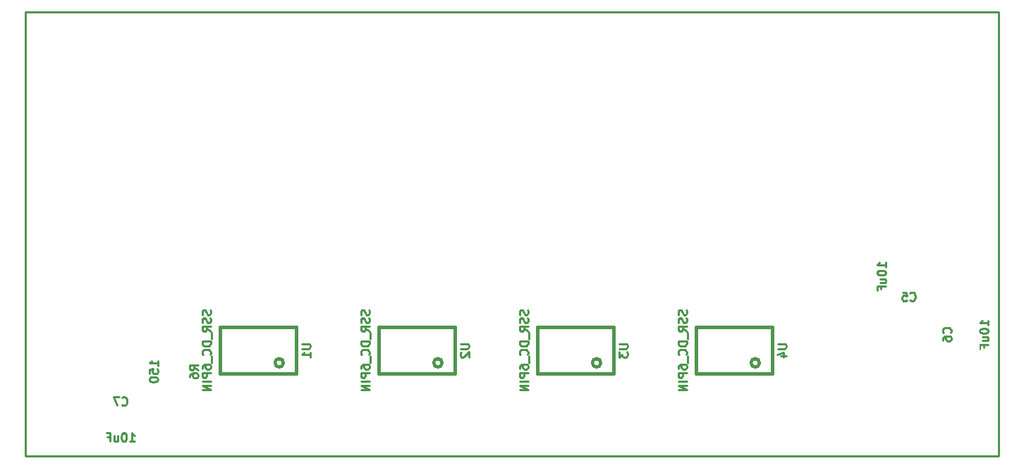
<source format=gbo>
G04 (created by PCBNEW (2013-jul-07)-stable) date Tue 08 Jul 2014 03:30:23 PM EDT*
%MOIN*%
G04 Gerber Fmt 3.4, Leading zero omitted, Abs format*
%FSLAX34Y34*%
G01*
G70*
G90*
G04 APERTURE LIST*
%ADD10C,0.00590551*%
%ADD11C,0.009*%
%ADD12C,0.015*%
%ADD13C,0.005*%
%ADD14C,0.01*%
%ADD15C,0.175*%
%ADD16O,0.08X0.12*%
%ADD17C,0.08*%
%ADD18R,0.07X0.1*%
%ADD19C,0.096*%
%ADD20C,0.16*%
%ADD21C,0.18*%
%ADD22R,0.12X0.12*%
%ADD23C,0.12*%
%ADD24R,0.1X0.1*%
%ADD25C,0.1*%
%ADD26R,0.12X0.07*%
%ADD27R,0.07X0.12*%
%ADD28C,0.093*%
%ADD29R,0.093X0.093*%
%ADD30C,0.14*%
%ADD31C,0.11*%
%ADD32C,0.09*%
G04 APERTURE END LIST*
G54D10*
G54D11*
X89500Y-51500D02*
X43500Y-51500D01*
X43500Y-30500D02*
X89500Y-30500D01*
X43500Y-30500D02*
X43500Y-51500D01*
X89500Y-51500D02*
X89500Y-30500D01*
G54D12*
X70700Y-47100D02*
G75*
G03X70700Y-47100I-200J0D01*
G74*
G01*
X71300Y-47600D02*
X67700Y-47600D01*
X67700Y-47600D02*
X67700Y-45400D01*
X67700Y-45400D02*
X71300Y-45400D01*
X71300Y-45400D02*
X71300Y-47600D01*
X78200Y-47100D02*
G75*
G03X78200Y-47100I-200J0D01*
G74*
G01*
X78800Y-47600D02*
X75200Y-47600D01*
X75200Y-47600D02*
X75200Y-45400D01*
X75200Y-45400D02*
X78800Y-45400D01*
X78800Y-45400D02*
X78800Y-47600D01*
X55700Y-47100D02*
G75*
G03X55700Y-47100I-200J0D01*
G74*
G01*
X56300Y-47600D02*
X52700Y-47600D01*
X52700Y-47600D02*
X52700Y-45400D01*
X52700Y-45400D02*
X56300Y-45400D01*
X56300Y-45400D02*
X56300Y-47600D01*
X63200Y-47100D02*
G75*
G03X63200Y-47100I-200J0D01*
G74*
G01*
X63800Y-47600D02*
X60200Y-47600D01*
X60200Y-47600D02*
X60200Y-45400D01*
X60200Y-45400D02*
X63800Y-45400D01*
X63800Y-45400D02*
X63800Y-47600D01*
G54D13*
X87450Y-45450D02*
X87450Y-44850D01*
X87450Y-44850D02*
X88550Y-44850D01*
X88550Y-44850D02*
X88550Y-45450D01*
X88550Y-46050D02*
X88550Y-46650D01*
X88550Y-46650D02*
X87450Y-46650D01*
X87450Y-46650D02*
X87450Y-46050D01*
X84950Y-43550D02*
X84350Y-43550D01*
X84350Y-43550D02*
X84350Y-42450D01*
X84350Y-42450D02*
X84950Y-42450D01*
X85550Y-42450D02*
X86150Y-42450D01*
X86150Y-42450D02*
X86150Y-43550D01*
X86150Y-43550D02*
X85550Y-43550D01*
X48300Y-49200D02*
X48900Y-49200D01*
X48900Y-49200D02*
X48900Y-50300D01*
X48900Y-50300D02*
X48300Y-50300D01*
X47700Y-50300D02*
X47100Y-50300D01*
X47100Y-50300D02*
X47100Y-49200D01*
X47100Y-49200D02*
X47700Y-49200D01*
X51050Y-47800D02*
X51050Y-48400D01*
X51050Y-48400D02*
X49950Y-48400D01*
X49950Y-48400D02*
X49950Y-47800D01*
X49950Y-47200D02*
X49950Y-46600D01*
X49950Y-46600D02*
X51050Y-46600D01*
X51050Y-46600D02*
X51050Y-47200D01*
G54D14*
X71561Y-46195D02*
X71885Y-46195D01*
X71923Y-46214D01*
X71942Y-46233D01*
X71961Y-46271D01*
X71961Y-46347D01*
X71942Y-46385D01*
X71923Y-46404D01*
X71885Y-46423D01*
X71561Y-46423D01*
X71561Y-46576D02*
X71561Y-46823D01*
X71714Y-46690D01*
X71714Y-46747D01*
X71733Y-46785D01*
X71752Y-46804D01*
X71790Y-46823D01*
X71885Y-46823D01*
X71923Y-46804D01*
X71942Y-46785D01*
X71961Y-46747D01*
X71961Y-46633D01*
X71942Y-46595D01*
X71923Y-46576D01*
X67242Y-44595D02*
X67261Y-44652D01*
X67261Y-44747D01*
X67242Y-44785D01*
X67223Y-44804D01*
X67185Y-44823D01*
X67147Y-44823D01*
X67109Y-44804D01*
X67090Y-44785D01*
X67071Y-44747D01*
X67052Y-44671D01*
X67033Y-44633D01*
X67014Y-44614D01*
X66976Y-44595D01*
X66938Y-44595D01*
X66900Y-44614D01*
X66880Y-44633D01*
X66861Y-44671D01*
X66861Y-44766D01*
X66880Y-44823D01*
X67242Y-44976D02*
X67261Y-45033D01*
X67261Y-45128D01*
X67242Y-45166D01*
X67223Y-45185D01*
X67185Y-45204D01*
X67147Y-45204D01*
X67109Y-45185D01*
X67090Y-45166D01*
X67071Y-45128D01*
X67052Y-45052D01*
X67033Y-45014D01*
X67014Y-44995D01*
X66976Y-44976D01*
X66938Y-44976D01*
X66900Y-44995D01*
X66880Y-45014D01*
X66861Y-45052D01*
X66861Y-45147D01*
X66880Y-45204D01*
X67261Y-45604D02*
X67071Y-45471D01*
X67261Y-45376D02*
X66861Y-45376D01*
X66861Y-45528D01*
X66880Y-45566D01*
X66900Y-45585D01*
X66938Y-45604D01*
X66995Y-45604D01*
X67033Y-45585D01*
X67052Y-45566D01*
X67071Y-45528D01*
X67071Y-45376D01*
X67300Y-45680D02*
X67300Y-45985D01*
X67261Y-46080D02*
X66861Y-46080D01*
X66861Y-46176D01*
X66880Y-46233D01*
X66919Y-46271D01*
X66957Y-46290D01*
X67033Y-46309D01*
X67090Y-46309D01*
X67166Y-46290D01*
X67204Y-46271D01*
X67242Y-46233D01*
X67261Y-46176D01*
X67261Y-46080D01*
X67223Y-46709D02*
X67242Y-46690D01*
X67261Y-46633D01*
X67261Y-46595D01*
X67242Y-46538D01*
X67204Y-46500D01*
X67166Y-46480D01*
X67090Y-46461D01*
X67033Y-46461D01*
X66957Y-46480D01*
X66919Y-46500D01*
X66880Y-46538D01*
X66861Y-46595D01*
X66861Y-46633D01*
X66880Y-46690D01*
X66900Y-46709D01*
X67300Y-46785D02*
X67300Y-47090D01*
X66861Y-47357D02*
X66861Y-47280D01*
X66880Y-47242D01*
X66900Y-47223D01*
X66957Y-47185D01*
X67033Y-47166D01*
X67185Y-47166D01*
X67223Y-47185D01*
X67242Y-47204D01*
X67261Y-47242D01*
X67261Y-47319D01*
X67242Y-47357D01*
X67223Y-47376D01*
X67185Y-47395D01*
X67090Y-47395D01*
X67052Y-47376D01*
X67033Y-47357D01*
X67014Y-47319D01*
X67014Y-47242D01*
X67033Y-47204D01*
X67052Y-47185D01*
X67090Y-47166D01*
X67261Y-47566D02*
X66861Y-47566D01*
X66861Y-47719D01*
X66880Y-47757D01*
X66900Y-47776D01*
X66938Y-47795D01*
X66995Y-47795D01*
X67033Y-47776D01*
X67052Y-47757D01*
X67071Y-47719D01*
X67071Y-47566D01*
X67261Y-47966D02*
X66861Y-47966D01*
X67261Y-48157D02*
X66861Y-48157D01*
X67261Y-48385D01*
X66861Y-48385D01*
X79061Y-46195D02*
X79385Y-46195D01*
X79423Y-46214D01*
X79442Y-46233D01*
X79461Y-46271D01*
X79461Y-46347D01*
X79442Y-46385D01*
X79423Y-46404D01*
X79385Y-46423D01*
X79061Y-46423D01*
X79195Y-46785D02*
X79461Y-46785D01*
X79042Y-46690D02*
X79328Y-46595D01*
X79328Y-46842D01*
X74742Y-44595D02*
X74761Y-44652D01*
X74761Y-44747D01*
X74742Y-44785D01*
X74723Y-44804D01*
X74685Y-44823D01*
X74647Y-44823D01*
X74609Y-44804D01*
X74590Y-44785D01*
X74571Y-44747D01*
X74552Y-44671D01*
X74533Y-44633D01*
X74514Y-44614D01*
X74476Y-44595D01*
X74438Y-44595D01*
X74400Y-44614D01*
X74380Y-44633D01*
X74361Y-44671D01*
X74361Y-44766D01*
X74380Y-44823D01*
X74742Y-44976D02*
X74761Y-45033D01*
X74761Y-45128D01*
X74742Y-45166D01*
X74723Y-45185D01*
X74685Y-45204D01*
X74647Y-45204D01*
X74609Y-45185D01*
X74590Y-45166D01*
X74571Y-45128D01*
X74552Y-45052D01*
X74533Y-45014D01*
X74514Y-44995D01*
X74476Y-44976D01*
X74438Y-44976D01*
X74400Y-44995D01*
X74380Y-45014D01*
X74361Y-45052D01*
X74361Y-45147D01*
X74380Y-45204D01*
X74761Y-45604D02*
X74571Y-45471D01*
X74761Y-45376D02*
X74361Y-45376D01*
X74361Y-45528D01*
X74380Y-45566D01*
X74400Y-45585D01*
X74438Y-45604D01*
X74495Y-45604D01*
X74533Y-45585D01*
X74552Y-45566D01*
X74571Y-45528D01*
X74571Y-45376D01*
X74800Y-45680D02*
X74800Y-45985D01*
X74761Y-46080D02*
X74361Y-46080D01*
X74361Y-46176D01*
X74380Y-46233D01*
X74419Y-46271D01*
X74457Y-46290D01*
X74533Y-46309D01*
X74590Y-46309D01*
X74666Y-46290D01*
X74704Y-46271D01*
X74742Y-46233D01*
X74761Y-46176D01*
X74761Y-46080D01*
X74723Y-46709D02*
X74742Y-46690D01*
X74761Y-46633D01*
X74761Y-46595D01*
X74742Y-46538D01*
X74704Y-46500D01*
X74666Y-46480D01*
X74590Y-46461D01*
X74533Y-46461D01*
X74457Y-46480D01*
X74419Y-46500D01*
X74380Y-46538D01*
X74361Y-46595D01*
X74361Y-46633D01*
X74380Y-46690D01*
X74400Y-46709D01*
X74800Y-46785D02*
X74800Y-47090D01*
X74361Y-47357D02*
X74361Y-47280D01*
X74380Y-47242D01*
X74400Y-47223D01*
X74457Y-47185D01*
X74533Y-47166D01*
X74685Y-47166D01*
X74723Y-47185D01*
X74742Y-47204D01*
X74761Y-47242D01*
X74761Y-47319D01*
X74742Y-47357D01*
X74723Y-47376D01*
X74685Y-47395D01*
X74590Y-47395D01*
X74552Y-47376D01*
X74533Y-47357D01*
X74514Y-47319D01*
X74514Y-47242D01*
X74533Y-47204D01*
X74552Y-47185D01*
X74590Y-47166D01*
X74761Y-47566D02*
X74361Y-47566D01*
X74361Y-47719D01*
X74380Y-47757D01*
X74400Y-47776D01*
X74438Y-47795D01*
X74495Y-47795D01*
X74533Y-47776D01*
X74552Y-47757D01*
X74571Y-47719D01*
X74571Y-47566D01*
X74761Y-47966D02*
X74361Y-47966D01*
X74761Y-48157D02*
X74361Y-48157D01*
X74761Y-48385D01*
X74361Y-48385D01*
X56561Y-46195D02*
X56885Y-46195D01*
X56923Y-46214D01*
X56942Y-46233D01*
X56961Y-46271D01*
X56961Y-46347D01*
X56942Y-46385D01*
X56923Y-46404D01*
X56885Y-46423D01*
X56561Y-46423D01*
X56961Y-46823D02*
X56961Y-46595D01*
X56961Y-46709D02*
X56561Y-46709D01*
X56619Y-46671D01*
X56657Y-46633D01*
X56676Y-46595D01*
X52242Y-44595D02*
X52261Y-44652D01*
X52261Y-44747D01*
X52242Y-44785D01*
X52223Y-44804D01*
X52185Y-44823D01*
X52147Y-44823D01*
X52109Y-44804D01*
X52090Y-44785D01*
X52071Y-44747D01*
X52052Y-44671D01*
X52033Y-44633D01*
X52014Y-44614D01*
X51976Y-44595D01*
X51938Y-44595D01*
X51900Y-44614D01*
X51880Y-44633D01*
X51861Y-44671D01*
X51861Y-44766D01*
X51880Y-44823D01*
X52242Y-44976D02*
X52261Y-45033D01*
X52261Y-45128D01*
X52242Y-45166D01*
X52223Y-45185D01*
X52185Y-45204D01*
X52147Y-45204D01*
X52109Y-45185D01*
X52090Y-45166D01*
X52071Y-45128D01*
X52052Y-45052D01*
X52033Y-45014D01*
X52014Y-44995D01*
X51976Y-44976D01*
X51938Y-44976D01*
X51900Y-44995D01*
X51880Y-45014D01*
X51861Y-45052D01*
X51861Y-45147D01*
X51880Y-45204D01*
X52261Y-45604D02*
X52071Y-45471D01*
X52261Y-45376D02*
X51861Y-45376D01*
X51861Y-45528D01*
X51880Y-45566D01*
X51900Y-45585D01*
X51938Y-45604D01*
X51995Y-45604D01*
X52033Y-45585D01*
X52052Y-45566D01*
X52071Y-45528D01*
X52071Y-45376D01*
X52300Y-45680D02*
X52300Y-45985D01*
X52261Y-46080D02*
X51861Y-46080D01*
X51861Y-46176D01*
X51880Y-46233D01*
X51919Y-46271D01*
X51957Y-46290D01*
X52033Y-46309D01*
X52090Y-46309D01*
X52166Y-46290D01*
X52204Y-46271D01*
X52242Y-46233D01*
X52261Y-46176D01*
X52261Y-46080D01*
X52223Y-46709D02*
X52242Y-46690D01*
X52261Y-46633D01*
X52261Y-46595D01*
X52242Y-46538D01*
X52204Y-46500D01*
X52166Y-46480D01*
X52090Y-46461D01*
X52033Y-46461D01*
X51957Y-46480D01*
X51919Y-46500D01*
X51880Y-46538D01*
X51861Y-46595D01*
X51861Y-46633D01*
X51880Y-46690D01*
X51900Y-46709D01*
X52300Y-46785D02*
X52300Y-47090D01*
X51861Y-47357D02*
X51861Y-47280D01*
X51880Y-47242D01*
X51900Y-47223D01*
X51957Y-47185D01*
X52033Y-47166D01*
X52185Y-47166D01*
X52223Y-47185D01*
X52242Y-47204D01*
X52261Y-47242D01*
X52261Y-47319D01*
X52242Y-47357D01*
X52223Y-47376D01*
X52185Y-47395D01*
X52090Y-47395D01*
X52052Y-47376D01*
X52033Y-47357D01*
X52014Y-47319D01*
X52014Y-47242D01*
X52033Y-47204D01*
X52052Y-47185D01*
X52090Y-47166D01*
X52261Y-47566D02*
X51861Y-47566D01*
X51861Y-47719D01*
X51880Y-47757D01*
X51900Y-47776D01*
X51938Y-47795D01*
X51995Y-47795D01*
X52033Y-47776D01*
X52052Y-47757D01*
X52071Y-47719D01*
X52071Y-47566D01*
X52261Y-47966D02*
X51861Y-47966D01*
X52261Y-48157D02*
X51861Y-48157D01*
X52261Y-48385D01*
X51861Y-48385D01*
X64061Y-46195D02*
X64385Y-46195D01*
X64423Y-46214D01*
X64442Y-46233D01*
X64461Y-46271D01*
X64461Y-46347D01*
X64442Y-46385D01*
X64423Y-46404D01*
X64385Y-46423D01*
X64061Y-46423D01*
X64100Y-46595D02*
X64080Y-46614D01*
X64061Y-46652D01*
X64061Y-46747D01*
X64080Y-46785D01*
X64100Y-46804D01*
X64138Y-46823D01*
X64176Y-46823D01*
X64233Y-46804D01*
X64461Y-46576D01*
X64461Y-46823D01*
X59742Y-44595D02*
X59761Y-44652D01*
X59761Y-44747D01*
X59742Y-44785D01*
X59723Y-44804D01*
X59685Y-44823D01*
X59647Y-44823D01*
X59609Y-44804D01*
X59590Y-44785D01*
X59571Y-44747D01*
X59552Y-44671D01*
X59533Y-44633D01*
X59514Y-44614D01*
X59476Y-44595D01*
X59438Y-44595D01*
X59400Y-44614D01*
X59380Y-44633D01*
X59361Y-44671D01*
X59361Y-44766D01*
X59380Y-44823D01*
X59742Y-44976D02*
X59761Y-45033D01*
X59761Y-45128D01*
X59742Y-45166D01*
X59723Y-45185D01*
X59685Y-45204D01*
X59647Y-45204D01*
X59609Y-45185D01*
X59590Y-45166D01*
X59571Y-45128D01*
X59552Y-45052D01*
X59533Y-45014D01*
X59514Y-44995D01*
X59476Y-44976D01*
X59438Y-44976D01*
X59400Y-44995D01*
X59380Y-45014D01*
X59361Y-45052D01*
X59361Y-45147D01*
X59380Y-45204D01*
X59761Y-45604D02*
X59571Y-45471D01*
X59761Y-45376D02*
X59361Y-45376D01*
X59361Y-45528D01*
X59380Y-45566D01*
X59400Y-45585D01*
X59438Y-45604D01*
X59495Y-45604D01*
X59533Y-45585D01*
X59552Y-45566D01*
X59571Y-45528D01*
X59571Y-45376D01*
X59800Y-45680D02*
X59800Y-45985D01*
X59761Y-46080D02*
X59361Y-46080D01*
X59361Y-46176D01*
X59380Y-46233D01*
X59419Y-46271D01*
X59457Y-46290D01*
X59533Y-46309D01*
X59590Y-46309D01*
X59666Y-46290D01*
X59704Y-46271D01*
X59742Y-46233D01*
X59761Y-46176D01*
X59761Y-46080D01*
X59723Y-46709D02*
X59742Y-46690D01*
X59761Y-46633D01*
X59761Y-46595D01*
X59742Y-46538D01*
X59704Y-46500D01*
X59666Y-46480D01*
X59590Y-46461D01*
X59533Y-46461D01*
X59457Y-46480D01*
X59419Y-46500D01*
X59380Y-46538D01*
X59361Y-46595D01*
X59361Y-46633D01*
X59380Y-46690D01*
X59400Y-46709D01*
X59800Y-46785D02*
X59800Y-47090D01*
X59361Y-47357D02*
X59361Y-47280D01*
X59380Y-47242D01*
X59400Y-47223D01*
X59457Y-47185D01*
X59533Y-47166D01*
X59685Y-47166D01*
X59723Y-47185D01*
X59742Y-47204D01*
X59761Y-47242D01*
X59761Y-47319D01*
X59742Y-47357D01*
X59723Y-47376D01*
X59685Y-47395D01*
X59590Y-47395D01*
X59552Y-47376D01*
X59533Y-47357D01*
X59514Y-47319D01*
X59514Y-47242D01*
X59533Y-47204D01*
X59552Y-47185D01*
X59590Y-47166D01*
X59761Y-47566D02*
X59361Y-47566D01*
X59361Y-47719D01*
X59380Y-47757D01*
X59400Y-47776D01*
X59438Y-47795D01*
X59495Y-47795D01*
X59533Y-47776D01*
X59552Y-47757D01*
X59571Y-47719D01*
X59571Y-47566D01*
X59761Y-47966D02*
X59361Y-47966D01*
X59761Y-48157D02*
X59361Y-48157D01*
X59761Y-48385D01*
X59361Y-48385D01*
X87223Y-45683D02*
X87242Y-45664D01*
X87261Y-45607D01*
X87261Y-45569D01*
X87242Y-45511D01*
X87204Y-45473D01*
X87166Y-45454D01*
X87090Y-45435D01*
X87033Y-45435D01*
X86957Y-45454D01*
X86919Y-45473D01*
X86880Y-45511D01*
X86861Y-45569D01*
X86861Y-45607D01*
X86880Y-45664D01*
X86900Y-45683D01*
X86861Y-46026D02*
X86861Y-45950D01*
X86880Y-45911D01*
X86900Y-45892D01*
X86957Y-45854D01*
X87033Y-45835D01*
X87185Y-45835D01*
X87223Y-45854D01*
X87242Y-45873D01*
X87261Y-45911D01*
X87261Y-45988D01*
X87242Y-46026D01*
X87223Y-46045D01*
X87185Y-46064D01*
X87090Y-46064D01*
X87052Y-46045D01*
X87033Y-46026D01*
X87014Y-45988D01*
X87014Y-45911D01*
X87033Y-45873D01*
X87052Y-45854D01*
X87090Y-45835D01*
X89011Y-45321D02*
X89011Y-45092D01*
X89011Y-45207D02*
X88611Y-45207D01*
X88669Y-45169D01*
X88707Y-45130D01*
X88726Y-45092D01*
X88611Y-45569D02*
X88611Y-45607D01*
X88630Y-45645D01*
X88650Y-45664D01*
X88688Y-45683D01*
X88764Y-45702D01*
X88859Y-45702D01*
X88935Y-45683D01*
X88973Y-45664D01*
X88992Y-45645D01*
X89011Y-45607D01*
X89011Y-45569D01*
X88992Y-45530D01*
X88973Y-45511D01*
X88935Y-45492D01*
X88859Y-45473D01*
X88764Y-45473D01*
X88688Y-45492D01*
X88650Y-45511D01*
X88630Y-45530D01*
X88611Y-45569D01*
X88745Y-46045D02*
X89011Y-46045D01*
X88745Y-45873D02*
X88954Y-45873D01*
X88992Y-45892D01*
X89011Y-45930D01*
X89011Y-45988D01*
X88992Y-46026D01*
X88973Y-46045D01*
X88802Y-46369D02*
X88802Y-46235D01*
X89011Y-46235D02*
X88611Y-46235D01*
X88611Y-46426D01*
X85316Y-44123D02*
X85335Y-44142D01*
X85392Y-44161D01*
X85430Y-44161D01*
X85488Y-44142D01*
X85526Y-44104D01*
X85545Y-44066D01*
X85564Y-43990D01*
X85564Y-43933D01*
X85545Y-43857D01*
X85526Y-43819D01*
X85488Y-43780D01*
X85430Y-43761D01*
X85392Y-43761D01*
X85335Y-43780D01*
X85316Y-43800D01*
X84954Y-43761D02*
X85145Y-43761D01*
X85164Y-43952D01*
X85145Y-43933D01*
X85107Y-43914D01*
X85011Y-43914D01*
X84973Y-43933D01*
X84954Y-43952D01*
X84935Y-43990D01*
X84935Y-44085D01*
X84954Y-44123D01*
X84973Y-44142D01*
X85011Y-44161D01*
X85107Y-44161D01*
X85145Y-44142D01*
X85164Y-44123D01*
X84161Y-42571D02*
X84161Y-42342D01*
X84161Y-42457D02*
X83761Y-42457D01*
X83819Y-42419D01*
X83857Y-42380D01*
X83876Y-42342D01*
X83761Y-42819D02*
X83761Y-42857D01*
X83780Y-42895D01*
X83800Y-42914D01*
X83838Y-42933D01*
X83914Y-42952D01*
X84009Y-42952D01*
X84085Y-42933D01*
X84123Y-42914D01*
X84142Y-42895D01*
X84161Y-42857D01*
X84161Y-42819D01*
X84142Y-42780D01*
X84123Y-42761D01*
X84085Y-42742D01*
X84009Y-42723D01*
X83914Y-42723D01*
X83838Y-42742D01*
X83800Y-42761D01*
X83780Y-42780D01*
X83761Y-42819D01*
X83895Y-43295D02*
X84161Y-43295D01*
X83895Y-43123D02*
X84104Y-43123D01*
X84142Y-43142D01*
X84161Y-43180D01*
X84161Y-43238D01*
X84142Y-43276D01*
X84123Y-43295D01*
X83952Y-43619D02*
X83952Y-43485D01*
X84161Y-43485D02*
X83761Y-43485D01*
X83761Y-43676D01*
X48066Y-49073D02*
X48085Y-49092D01*
X48142Y-49111D01*
X48180Y-49111D01*
X48238Y-49092D01*
X48276Y-49054D01*
X48295Y-49016D01*
X48314Y-48940D01*
X48314Y-48883D01*
X48295Y-48807D01*
X48276Y-48769D01*
X48238Y-48730D01*
X48180Y-48711D01*
X48142Y-48711D01*
X48085Y-48730D01*
X48066Y-48750D01*
X47933Y-48711D02*
X47666Y-48711D01*
X47838Y-49111D01*
X48428Y-50811D02*
X48657Y-50811D01*
X48542Y-50811D02*
X48542Y-50411D01*
X48580Y-50469D01*
X48619Y-50507D01*
X48657Y-50526D01*
X48180Y-50411D02*
X48142Y-50411D01*
X48104Y-50430D01*
X48085Y-50450D01*
X48066Y-50488D01*
X48047Y-50564D01*
X48047Y-50659D01*
X48066Y-50735D01*
X48085Y-50773D01*
X48104Y-50792D01*
X48142Y-50811D01*
X48180Y-50811D01*
X48219Y-50792D01*
X48238Y-50773D01*
X48257Y-50735D01*
X48276Y-50659D01*
X48276Y-50564D01*
X48257Y-50488D01*
X48238Y-50450D01*
X48219Y-50430D01*
X48180Y-50411D01*
X47704Y-50545D02*
X47704Y-50811D01*
X47876Y-50545D02*
X47876Y-50754D01*
X47857Y-50792D01*
X47819Y-50811D01*
X47761Y-50811D01*
X47723Y-50792D01*
X47704Y-50773D01*
X47380Y-50602D02*
X47514Y-50602D01*
X47514Y-50811D02*
X47514Y-50411D01*
X47323Y-50411D01*
X51661Y-47433D02*
X51471Y-47300D01*
X51661Y-47204D02*
X51261Y-47204D01*
X51261Y-47357D01*
X51280Y-47395D01*
X51300Y-47414D01*
X51338Y-47433D01*
X51395Y-47433D01*
X51433Y-47414D01*
X51452Y-47395D01*
X51471Y-47357D01*
X51471Y-47204D01*
X51261Y-47776D02*
X51261Y-47700D01*
X51280Y-47661D01*
X51300Y-47642D01*
X51357Y-47604D01*
X51433Y-47585D01*
X51585Y-47585D01*
X51623Y-47604D01*
X51642Y-47623D01*
X51661Y-47661D01*
X51661Y-47738D01*
X51642Y-47776D01*
X51623Y-47795D01*
X51585Y-47814D01*
X51490Y-47814D01*
X51452Y-47795D01*
X51433Y-47776D01*
X51414Y-47738D01*
X51414Y-47661D01*
X51433Y-47623D01*
X51452Y-47604D01*
X51490Y-47585D01*
X49761Y-47233D02*
X49761Y-47004D01*
X49761Y-47119D02*
X49361Y-47119D01*
X49419Y-47080D01*
X49457Y-47042D01*
X49476Y-47004D01*
X49361Y-47595D02*
X49361Y-47404D01*
X49552Y-47385D01*
X49533Y-47404D01*
X49514Y-47442D01*
X49514Y-47538D01*
X49533Y-47576D01*
X49552Y-47595D01*
X49590Y-47614D01*
X49685Y-47614D01*
X49723Y-47595D01*
X49742Y-47576D01*
X49761Y-47538D01*
X49761Y-47442D01*
X49742Y-47404D01*
X49723Y-47385D01*
X49361Y-47861D02*
X49361Y-47900D01*
X49380Y-47938D01*
X49400Y-47957D01*
X49438Y-47976D01*
X49514Y-47995D01*
X49609Y-47995D01*
X49685Y-47976D01*
X49723Y-47957D01*
X49742Y-47938D01*
X49761Y-47900D01*
X49761Y-47861D01*
X49742Y-47823D01*
X49723Y-47804D01*
X49685Y-47785D01*
X49609Y-47766D01*
X49514Y-47766D01*
X49438Y-47785D01*
X49400Y-47804D01*
X49380Y-47823D01*
X49361Y-47861D01*
%LPC*%
G54D15*
X50500Y-50500D03*
X51000Y-31500D03*
X83000Y-50500D03*
X80500Y-31500D03*
G54D16*
X56000Y-50500D03*
X57000Y-50500D03*
X58000Y-50500D03*
X59000Y-50500D03*
X60000Y-50500D03*
X61000Y-50500D03*
X62000Y-50500D03*
X63000Y-50500D03*
X65000Y-50500D03*
X66000Y-50500D03*
X67000Y-50500D03*
X68000Y-50500D03*
X69000Y-50500D03*
X70000Y-50500D03*
X71000Y-50500D03*
X72000Y-50500D03*
X74000Y-50500D03*
X75000Y-50500D03*
X76000Y-50500D03*
X77000Y-50500D03*
X78000Y-50500D03*
X79000Y-50500D03*
X80000Y-50500D03*
X81000Y-50500D03*
X52400Y-31500D03*
X53400Y-31500D03*
X54400Y-31500D03*
X55400Y-31500D03*
X56400Y-31500D03*
X57400Y-31500D03*
X58400Y-31500D03*
X59400Y-31500D03*
X60400Y-31500D03*
X61400Y-31500D03*
X63000Y-31500D03*
X70000Y-31500D03*
X69000Y-31500D03*
X68000Y-31500D03*
X67000Y-31500D03*
X66000Y-31500D03*
X65000Y-31500D03*
X64000Y-31500D03*
X72000Y-31500D03*
X73000Y-31500D03*
X74000Y-31500D03*
X75000Y-31500D03*
X76000Y-31500D03*
X77000Y-31500D03*
X78000Y-31500D03*
X79000Y-31500D03*
G54D17*
X82000Y-31500D03*
X83000Y-31500D03*
X82000Y-32500D03*
X83000Y-32500D03*
X82000Y-33500D03*
X83000Y-33500D03*
X82000Y-34500D03*
X83000Y-34500D03*
X82000Y-35500D03*
X83000Y-35500D03*
X82000Y-36500D03*
X83000Y-36500D03*
X82000Y-37500D03*
X83000Y-37500D03*
X82000Y-38500D03*
X83000Y-38500D03*
X82000Y-39500D03*
X83000Y-39500D03*
X82000Y-40500D03*
X83000Y-40500D03*
X82000Y-41500D03*
X83000Y-41500D03*
X82000Y-42500D03*
X83000Y-42500D03*
X82000Y-43500D03*
X83000Y-43500D03*
X82000Y-44500D03*
X83000Y-44500D03*
X82000Y-45500D03*
X83000Y-45500D03*
X82000Y-46500D03*
X83000Y-46500D03*
X82000Y-47500D03*
X83000Y-47500D03*
X82000Y-48500D03*
X83000Y-48500D03*
G54D18*
X70500Y-48250D03*
X69500Y-48250D03*
X68500Y-48250D03*
X68500Y-44750D03*
X69500Y-44750D03*
X70500Y-44750D03*
X78000Y-48250D03*
X77000Y-48250D03*
X76000Y-48250D03*
X76000Y-44750D03*
X77000Y-44750D03*
X78000Y-44750D03*
G54D19*
X88320Y-41000D03*
G54D20*
X87140Y-41000D03*
G54D21*
X84780Y-41000D03*
G54D20*
X87530Y-39230D03*
X87530Y-42770D03*
G54D18*
X55500Y-48250D03*
X54500Y-48250D03*
X53500Y-48250D03*
X53500Y-44750D03*
X54500Y-44750D03*
X55500Y-44750D03*
X63000Y-48250D03*
X62000Y-48250D03*
X61000Y-48250D03*
X61000Y-44750D03*
X62000Y-44750D03*
X63000Y-44750D03*
G54D22*
X76311Y-33750D03*
G54D23*
X77689Y-33750D03*
G54D22*
X68811Y-33750D03*
G54D23*
X70189Y-33750D03*
G54D22*
X61311Y-33750D03*
G54D23*
X62689Y-33750D03*
G54D22*
X53811Y-33750D03*
G54D23*
X55189Y-33750D03*
G54D24*
X75500Y-43500D03*
G54D25*
X76500Y-43500D03*
X77500Y-43500D03*
X78500Y-43500D03*
X78500Y-36500D03*
X75500Y-36500D03*
G54D24*
X68000Y-43500D03*
G54D25*
X69000Y-43500D03*
X70000Y-43500D03*
X71000Y-43500D03*
X71000Y-36500D03*
X68000Y-36500D03*
G54D24*
X60500Y-43500D03*
G54D25*
X61500Y-43500D03*
X62500Y-43500D03*
X63500Y-43500D03*
X63500Y-36500D03*
X60500Y-36500D03*
G54D24*
X53000Y-43500D03*
G54D25*
X54000Y-43500D03*
X55000Y-43500D03*
X56000Y-43500D03*
X56000Y-36500D03*
X53000Y-36500D03*
G54D26*
X88000Y-45150D03*
X88000Y-46350D03*
G54D27*
X84650Y-43000D03*
X85850Y-43000D03*
X48600Y-49750D03*
X47400Y-49750D03*
G54D26*
X50500Y-48100D03*
X50500Y-46900D03*
G54D28*
X47500Y-48250D03*
X48500Y-48250D03*
G54D29*
X46500Y-48250D03*
G54D28*
X86750Y-34000D03*
G54D29*
X85750Y-34000D03*
G54D17*
X86250Y-46250D03*
X86250Y-45250D03*
X86250Y-47250D03*
G54D30*
X46000Y-46250D03*
X46000Y-42250D03*
G54D17*
X48500Y-44250D03*
X49500Y-44250D03*
X49500Y-43250D03*
X49500Y-45250D03*
G54D31*
X48000Y-36750D03*
G54D32*
X50500Y-40780D03*
X49500Y-40780D03*
X48500Y-40780D03*
X50000Y-32720D03*
X48000Y-32720D03*
X46000Y-32720D03*
G54D21*
X51300Y-34670D03*
X51300Y-38830D03*
X44700Y-34670D03*
X44700Y-38830D03*
M02*

</source>
